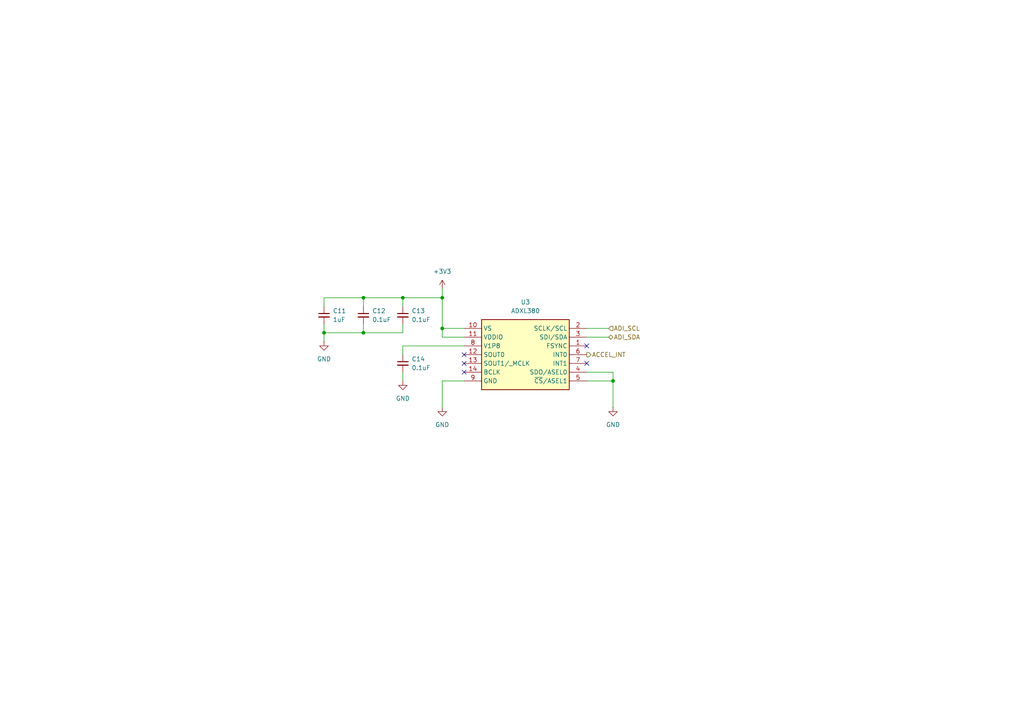
<source format=kicad_sch>
(kicad_sch (version 20250114) (generator "eeschema") (generator_version "9.0")
  (paper "A4")
  (lib_symbols
    (symbol "Device:C_Small" (pin_numbers (hide yes)) (pin_names (offset 0.254) (hide yes))
      (property "Reference" "C" (at 0.254 1.778 0))
      (property "Value" "C_Small" (at 0.254 -2.032 0))
      (symbol "C_Small_0_1"
        (polyline (pts (xy -1.524 0.508) (xy 1.524 0.508)) (stroke (width 0.3048)))
        (polyline (pts (xy -1.524 -0.508) (xy 1.524 -0.508)) (stroke (width 0.3302)))
      )
      (symbol "C_Small_1_1"
        (pin passive line (at 0 2.54 270) (length 2.032) (name "~") (number "1"))
        (pin passive line (at 0 -2.54 90) (length 2.032) (name "~") (number "2"))
      )
    )
    (symbol "canardboard:ADXL380"
      (property "Reference" "U" (at 4.064 18.034 0))
      (property "Value" "ADXL380" (at 4.064 15.494 0))
      (symbol "ADXL380_1_1"
        (rectangle (start -12.7 12.7) (end 12.7 -7.62) (stroke (width 0.254)) (fill (type background)))
        (pin passive line (at -17.78 10.16 0) (length 5.08) (name "VS") (number "10"))
        (pin passive line (at -17.78 7.62 0) (length 5.08) (name "VDDIO") (number "11"))
        (pin passive line (at -17.78 5.08 0) (length 5.08) (name "V1P8") (number "8"))
        (pin passive line (at -17.78 2.54 0) (length 5.08) (name "SOUT0") (number "12"))
        (pin passive line (at -17.78 0 0) (length 5.08) (name "SOUT1/_MCLK") (number "13"))
        (pin passive line (at -17.78 -2.54 0) (length 5.08) (name "BCLK") (number "14"))
        (pin passive line (at -17.78 -5.08 0) (length 5.08) (name "GND") (number "9"))
        (pin passive line (at 17.78 10.16 180) (length 5.08) (name "SCLK/SCL") (number "2"))
        (pin passive line (at 17.78 7.62 180) (length 5.08) (name "SDI/SDA") (number "3"))
        (pin passive line (at 17.78 5.08 180) (length 5.08) (name "FSYNC") (number "1"))
        (pin passive line (at 17.78 2.54 180) (length 5.08) (name "INT0") (number "6"))
        (pin passive line (at 17.78 0 180) (length 5.08) (name "INT1") (number "7"))
        (pin passive line (at 17.78 -2.54 180) (length 5.08) (name "SDO/ASEL0") (number "4"))
        (pin passive line (at 17.78 -5.08 180) (length 5.08) (name "~{CS}/ASEL1") (number "5"))
      )
    )
    (symbol "power:+3V3" (power) (pin_numbers (hide yes)) (pin_names (offset 0) (hide yes))
      (property "Value" "+3V3" (at 0 3.556 0))
      (symbol "+3V3_0_1"
        (polyline (pts (xy -0.762 1.27) (xy 0 2.54)))
        (polyline (pts (xy 0 2.54) (xy 0.762 1.27)))
        (polyline (pts (xy 0 0) (xy 0 2.54)))
      )
      (symbol "+3V3_1_1"
        (pin power_in line (at 0 0 90) (length 0) (name "~") (number "1"))
      )
    )
    (symbol "power:GND" (power) (pin_numbers (hide yes)) (pin_names (offset 0) (hide yes))
      (property "Value" "GND" (at 0 -3.81 0))
      (symbol "GND_0_1"
        (polyline (pts (xy 0 0) (xy 0 -1.27) (xy 1.27 -1.27) (xy 0 -2.54) (xy -1.27 -1.27) (xy 0 -1.27)))
      )
      (symbol "GND_1_1"
        (pin power_in line (at 0 0 270) (length 0) (name "~") (number "1"))
      )
    )
  )
  (junction (at 128.27 95.25))
  (junction (at 116.84 86.36))
  (junction (at 177.8 110.49))
  (junction (at 105.41 86.36))
  (junction (at 105.41 96.52))
  (junction (at 128.27 86.36))
  (junction (at 93.98 96.52))
  (no_connect (at 134.62 102.87))
  (no_connect (at 170.18 100.33))
  (no_connect (at 134.62 107.95))
  (no_connect (at 170.18 105.41))
  (no_connect (at 134.62 105.41))
  (wire (pts (xy 93.98 88.9) (xy 93.98 86.36)))
  (wire (pts (xy 128.27 97.79) (xy 128.27 95.25)))
  (wire (pts (xy 105.41 88.9) (xy 105.41 86.36)))
  (wire (pts (xy 105.41 86.36) (xy 116.84 86.36)))
  (wire (pts (xy 116.84 86.36) (xy 116.84 88.9)))
  (wire (pts (xy 170.18 95.25) (xy 176.53 95.25)))
  (wire (pts (xy 116.84 102.87) (xy 116.84 100.33)))
  (wire (pts (xy 170.18 97.79) (xy 176.53 97.79)))
  (wire (pts (xy 93.98 96.52) (xy 105.41 96.52)))
  (wire (pts (xy 93.98 93.98) (xy 93.98 96.52)))
  (wire (pts (xy 105.41 96.52) (xy 116.84 96.52)))
  (wire (pts (xy 177.8 110.49) (xy 177.8 118.11)))
  (wire (pts (xy 170.18 107.95) (xy 177.8 107.95)))
  (wire (pts (xy 134.62 110.49) (xy 128.27 110.49)))
  (wire (pts (xy 116.84 86.36) (xy 128.27 86.36)))
  (wire (pts (xy 93.98 96.52) (xy 93.98 99.06)))
  (wire (pts (xy 93.98 86.36) (xy 105.41 86.36)))
  (wire (pts (xy 128.27 95.25) (xy 134.62 95.25)))
  (wire (pts (xy 177.8 107.95) (xy 177.8 110.49)))
  (wire (pts (xy 170.18 110.49) (xy 177.8 110.49)))
  (wire (pts (xy 128.27 110.49) (xy 128.27 118.11)))
  (wire (pts (xy 116.84 107.95) (xy 116.84 110.49)))
  (wire (pts (xy 128.27 86.36) (xy 128.27 83.82)))
  (wire (pts (xy 116.84 100.33) (xy 134.62 100.33)))
  (wire (pts (xy 105.41 93.98) (xy 105.41 96.52)))
  (wire (pts (xy 128.27 95.25) (xy 128.27 86.36)))
  (wire (pts (xy 134.62 97.79) (xy 128.27 97.79)))
  (wire (pts (xy 116.84 93.98) (xy 116.84 96.52)))
  (hierarchical_label "ADI_SCL" (shape input) (at 176.53 95.25 0))
  (hierarchical_label "ADI_SDA" (shape bidirectional) (at 176.53 97.79 0))
  (hierarchical_label "ACCEL_INT" (shape output) (at 170.18 102.87 0))
  (symbol (lib_id "Device:C_Small") (at 116.84 91.44 0) (unit 1)
    (property "Reference" "C13" (at 119.38 90.1762 0) (effects (justify left)))
    (property "Value" "0.1uF" (at 119.38 92.7162 0) (effects (justify left)))
    (property "Footprint" "Capacitor_SMD:C_0402_1005Metric" (effects (hide yes)))
    (property "Description" "Unpolarized capacitor, small symbol" (effects (hide yes)))
  )
  (symbol (lib_id "power:+3V3") (at 128.27 83.82 0) (unit 1)
    (property "Reference" "#PWR017" (effects (hide yes)))
    (property "Value" "+3V3" (at 128.27 78.74 0))
    (property "Description" "Power symbol creates a global label with name \"+3V3\"" (effects (hide yes)))
  )
  (symbol (lib_id "power:GND") (at 116.84 110.49 0) (unit 1)
    (property "Reference" "#PWR016" (effects (hide yes)))
    (property "Value" "GND" (at 116.84 115.57 0))
    (property "Description" "Power symbol creates a global label with name \"GND\" , ground" (effects (hide yes)))
  )
  (symbol (lib_id "Device:C_Small") (at 116.84 105.41 0) (unit 1)
    (property "Reference" "C14" (at 119.38 104.1462 0) (effects (justify left)))
    (property "Value" "0.1uF" (at 119.38 106.6862 0) (effects (justify left)))
    (property "Footprint" "Capacitor_SMD:C_0402_1005Metric" (effects (hide yes)))
    (property "Description" "Unpolarized capacitor, small symbol" (effects (hide yes)))
  )
  (symbol (lib_id "power:GND") (at 177.8 118.11 0) (unit 1)
    (property "Reference" "#PWR019" (effects (hide yes)))
    (property "Value" "GND" (at 177.8 123.19 0))
    (property "Description" "Power symbol creates a global label with name \"GND\" , ground" (effects (hide yes)))
  )
  (symbol (lib_id "power:GND") (at 128.27 118.11 0) (unit 1)
    (property "Reference" "#PWR018" (effects (hide yes)))
    (property "Value" "GND" (at 128.27 123.19 0))
    (property "Description" "Power symbol creates a global label with name \"GND\" , ground" (effects (hide yes)))
  )
  (symbol (lib_id "canardboard:ADXL380") (at 152.4 105.41 0) (unit 1)
    (property "Reference" "U3" (at 152.4 87.63 0))
    (property "Value" "ADXL380" (at 152.4 90.17 0))
    (property "Footprint" "canardboard:ADXL380" (effects (hide yes)))
    (property "Datasheet" "https://www.analog.com/media/en/technical-documentation/data-sheets/adxl380.pdf" (effects (hide yes)))
    (property "Height" "0.97" (effects (hide yes)))
    (property "Mouser Part Number" "584-ADXL380-1BCCZRL7" (effects (hide yes)))
    (property "Mouser Price/Stock" "https://www.mouser.co.uk/ProductDetail/Analog-Devices/ADXL380-1BCCZ-RL7?qs=olJun0bQHM%252BjxLr%2Fm26Qvg%3D%3D" (effects (hide yes)))
    (property "Manufacturer_Name" "Analog Devices" (effects (hide yes)))
    (property "Manufacturer_Part_Number" "ADXL380-1BCCZ-RL7" (effects (hide yes)))
  )
  (symbol (lib_id "power:GND") (at 93.98 99.06 0) (unit 1)
    (property "Reference" "#PWR015" (effects (hide yes)))
    (property "Value" "GND" (at 93.98 104.14 0))
    (property "Description" "Power symbol creates a global label with name \"GND\" , ground" (effects (hide yes)))
  )
  (symbol (lib_id "Device:C_Small") (at 105.41 91.44 0) (unit 1)
    (property "Reference" "C12" (at 107.95 90.1762 0) (effects (justify left)))
    (property "Value" "0.1uF" (at 107.95 92.7162 0) (effects (justify left)))
    (property "Footprint" "Capacitor_SMD:C_0402_1005Metric" (effects (hide yes)))
    (property "Description" "Unpolarized capacitor, small symbol" (effects (hide yes)))
  )
  (symbol (lib_id "Device:C_Small") (at 93.98 91.44 0) (unit 1)
    (property "Reference" "C11" (at 96.52 90.1762 0) (effects (justify left)))
    (property "Value" "1uF" (at 96.52 92.7162 0) (effects (justify left)))
    (property "Footprint" "Capacitor_SMD:C_0402_1005Metric" (effects (hide yes)))
    (property "Description" "Unpolarized capacitor, small symbol" (effects (hide yes)))
  )
)
</source>
